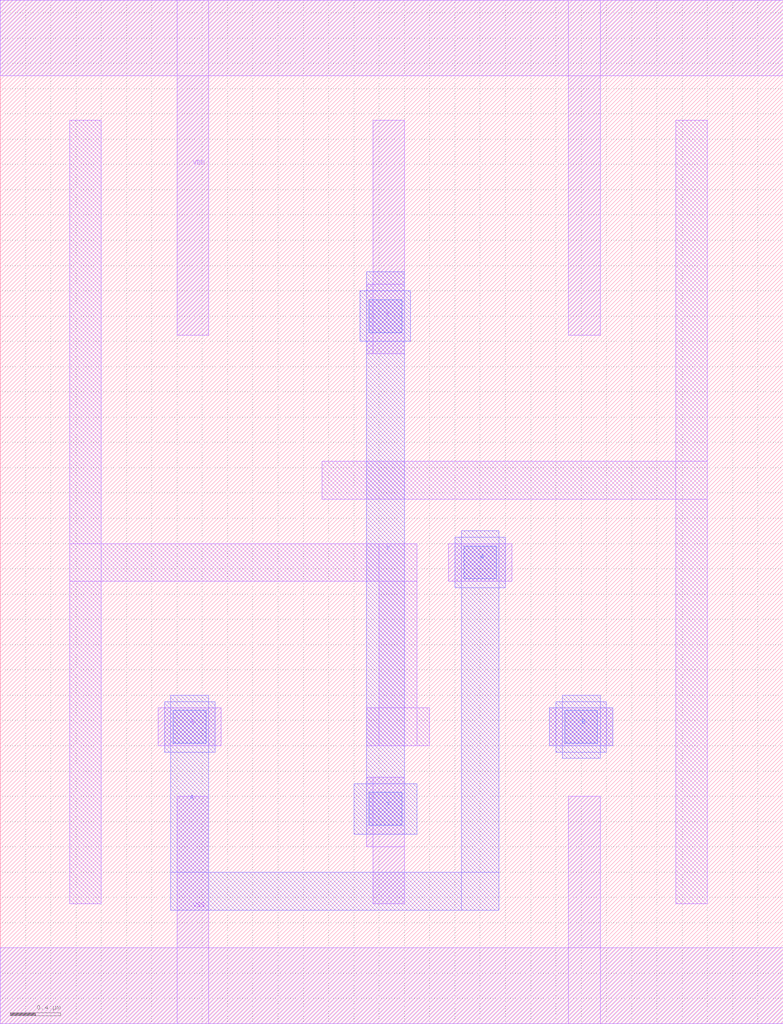
<source format=lef>
# Copyright 2022 Google LLC
# Licensed under the Apache License, Version 2.0 (the "License");
# you may not use this file except in compliance with the License.
# You may obtain a copy of the License at
#
#      http://www.apache.org/licenses/LICENSE-2.0
#
# Unless required by applicable law or agreed to in writing, software
# distributed under the License is distributed on an "AS IS" BASIS,
# WITHOUT WARRANTIES OR CONDITIONS OF ANY KIND, either express or implied.
# See the License for the specific language governing permissions and
# limitations under the License.
VERSION 5.7 ;
BUSBITCHARS "[]" ;
DIVIDERCHAR "/" ;

MACRO gf180mcu_osu_sc_gp12t3v3__xnor2_1
  CLASS CORE ;
  ORIGIN 0 0 ;
  FOREIGN gf180mcu_osu_sc_gp12t3v3__xnor2_1 0 0 ;
  SIZE 6.2 BY 8.1 ;
  SYMMETRY X Y ;
  SITE GF180_3p3_12t ;
  PIN VDD
    DIRECTION INOUT ;
    USE POWER ;
    SHAPE ABUTMENT ;
    PORT
      LAYER MET1 ;
        RECT 0 7.5 6.2 8.1 ;
        RECT 4.5 5.45 4.75 8.1 ;
        RECT 1.4 5.45 1.65 8.1 ;
    END
  END VDD
  PIN VSS
    DIRECTION INOUT ;
    USE GROUND ;
    PORT
      LAYER MET1 ;
        RECT 0 0 6.2 0.6 ;
        RECT 4.5 0 4.75 1.8 ;
        RECT 1.4 0 1.65 1.8 ;
    END
  END VSS
  PIN A
    DIRECTION INPUT ;
    USE SIGNAL ;
    PORT
      LAYER MET1 ;
        RECT 3.55 3.5 4.05 3.8 ;
        RECT 1.25 2.2 1.75 2.5 ;
      LAYER MET2 ;
        RECT 3.6 3.45 4 3.85 ;
        RECT 3.65 0.9 3.95 3.9 ;
        RECT 1.35 0.9 3.95 1.2 ;
        RECT 1.3 2.15 1.7 2.55 ;
        RECT 1.35 0.9 1.65 2.6 ;
      LAYER VIA12 ;
        RECT 1.37 2.22 1.63 2.48 ;
        RECT 3.67 3.52 3.93 3.78 ;
    END
  END A
  PIN B
    DIRECTION INPUT ;
    USE SIGNAL ;
    PORT
      LAYER MET1 ;
        RECT 4.35 2.2 4.85 2.5 ;
      LAYER MET2 ;
        RECT 4.35 2.2 4.85 2.5 ;
        RECT 4.4 2.15 4.8 2.55 ;
        RECT 4.45 2.1 4.75 2.6 ;
      LAYER VIA12 ;
        RECT 4.47 2.22 4.73 2.48 ;
    END
  END B
  PIN Y
    DIRECTION OUTPUT ;
    USE SIGNAL ;
    PORT
      LAYER MET1 ;
        RECT 2.9 1.4 3.2 1.95 ;
        RECT 2.95 0.95 3.2 1.95 ;
        RECT 2.95 5.3 3.2 7.15 ;
        RECT 2.9 5.3 3.2 5.85 ;
      LAYER MET2 ;
        RECT 2.8 1.5 3.3 1.9 ;
        RECT 2.85 5.4 3.25 5.8 ;
        RECT 2.9 1.5 3.2 5.95 ;
      LAYER VIA12 ;
        RECT 2.92 5.47 3.18 5.73 ;
        RECT 2.92 1.57 3.18 1.83 ;
    END
  END Y
  OBS
    LAYER MET1 ;
      RECT 5.35 0.95 5.6 7.15 ;
      RECT 2.55 4.15 5.6 4.45 ;
      RECT 0.55 0.95 0.8 7.15 ;
      RECT 0.55 3.5 3.3 3.8 ;
      RECT 3 2.2 3.3 3.8 ;
      RECT 2.9 2.2 3.4 2.5 ;
  END
END gf180mcu_osu_sc_gp12t3v3__xnor2_1

</source>
